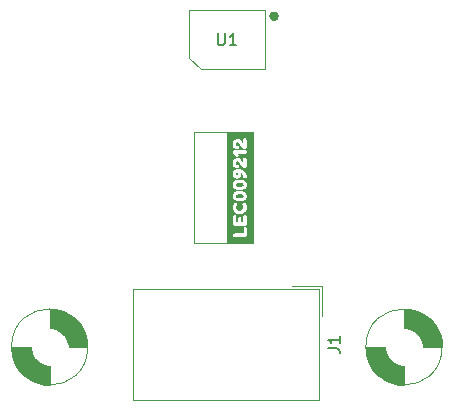
<source format=gto>
G04 #@! TF.GenerationSoftware,KiCad,Pcbnew,6.0.9-8da3e8f707~116~ubuntu20.04.1*
G04 #@! TF.CreationDate,2023-05-05T17:23:47+00:00*
G04 #@! TF.ProjectId,LEC009212,4c454330-3039-4323-9132-2e6b69636164,rev?*
G04 #@! TF.SameCoordinates,Original*
G04 #@! TF.FileFunction,Legend,Top*
G04 #@! TF.FilePolarity,Positive*
%FSLAX46Y46*%
G04 Gerber Fmt 4.6, Leading zero omitted, Abs format (unit mm)*
G04 Created by KiCad (PCBNEW 6.0.9-8da3e8f707~116~ubuntu20.04.1) date 2023-05-05 17:23:47*
%MOMM*%
%LPD*%
G01*
G04 APERTURE LIST*
%ADD10C,0.120000*%
%ADD11C,0.150000*%
%ADD12C,0.010000*%
%ADD13C,0.400000*%
G04 APERTURE END LIST*
D10*
X87000000Y-30800000D02*
X82250000Y-30800000D01*
X87000000Y-40200000D02*
X87250000Y-40200000D01*
X82250000Y-30800000D02*
X82250000Y-40200000D01*
X87250000Y-30800000D02*
X87000000Y-30800000D01*
X87250000Y-40200000D02*
X87250000Y-30800000D01*
X82250000Y-40200000D02*
X87000000Y-40200000D01*
D11*
G04 #@! TO.C,J1*
X93556380Y-49103333D02*
X94270666Y-49103333D01*
X94413523Y-49150952D01*
X94508761Y-49246190D01*
X94556380Y-49389047D01*
X94556380Y-49484285D01*
X94556380Y-48103333D02*
X94556380Y-48674761D01*
X94556380Y-48389047D02*
X93556380Y-48389047D01*
X93699238Y-48484285D01*
X93794476Y-48579523D01*
X93842095Y-48674761D01*
G04 #@! TO.C,U1*
X84238095Y-22452380D02*
X84238095Y-23261904D01*
X84285714Y-23357142D01*
X84333333Y-23404761D01*
X84428571Y-23452380D01*
X84619047Y-23452380D01*
X84714285Y-23404761D01*
X84761904Y-23357142D01*
X84809523Y-23261904D01*
X84809523Y-22452380D01*
X85809523Y-23452380D02*
X85238095Y-23452380D01*
X85523809Y-23452380D02*
X85523809Y-22452380D01*
X85428571Y-22595238D01*
X85333333Y-22690476D01*
X85238095Y-22738095D01*
D10*
G04 #@! TO.C,H1*
X73224903Y-49000000D02*
G75*
G03*
X73224903Y-49000000I-3224903J0D01*
G01*
G36*
X70500000Y-45800000D02*
G01*
X71500000Y-46100000D01*
X72300000Y-46700000D01*
X72800000Y-47400000D01*
X73100000Y-48100000D01*
X73200000Y-48500000D01*
X73200000Y-49000000D01*
X71600000Y-49000000D01*
X71600000Y-48900000D01*
X71500000Y-48500000D01*
X71300000Y-48100000D01*
X70900000Y-47700000D01*
X70500000Y-47500000D01*
X70100000Y-47400000D01*
X70000000Y-47400000D01*
X70000000Y-45775097D01*
X70500000Y-45800000D01*
G37*
D12*
X70500000Y-45800000D02*
X71500000Y-46100000D01*
X72300000Y-46700000D01*
X72800000Y-47400000D01*
X73100000Y-48100000D01*
X73200000Y-48500000D01*
X73200000Y-49000000D01*
X71600000Y-49000000D01*
X71600000Y-48900000D01*
X71500000Y-48500000D01*
X71300000Y-48100000D01*
X70900000Y-47700000D01*
X70500000Y-47500000D01*
X70100000Y-47400000D01*
X70000000Y-47400000D01*
X70000000Y-45775097D01*
X70500000Y-45800000D01*
G36*
X68400000Y-49100000D02*
G01*
X68500000Y-49500000D01*
X68700000Y-49900000D01*
X69100000Y-50300000D01*
X69500000Y-50500000D01*
X69900000Y-50600000D01*
X70000000Y-50600000D01*
X70000000Y-52224903D01*
X69500000Y-52200000D01*
X68500000Y-51900000D01*
X67700000Y-51300000D01*
X67200000Y-50600000D01*
X66900000Y-49900000D01*
X66800000Y-49500000D01*
X66800000Y-49000000D01*
X68400000Y-49000000D01*
X68400000Y-49100000D01*
G37*
X68400000Y-49100000D02*
X68500000Y-49500000D01*
X68700000Y-49900000D01*
X69100000Y-50300000D01*
X69500000Y-50500000D01*
X69900000Y-50600000D01*
X70000000Y-50600000D01*
X70000000Y-52224903D01*
X69500000Y-52200000D01*
X68500000Y-51900000D01*
X67700000Y-51300000D01*
X67200000Y-50600000D01*
X66900000Y-49900000D01*
X66800000Y-49500000D01*
X66800000Y-49000000D01*
X68400000Y-49000000D01*
X68400000Y-49100000D01*
D10*
G04 #@! TO.C,H2*
X103224903Y-49000000D02*
G75*
G03*
X103224903Y-49000000I-3224903J0D01*
G01*
G36*
X98400000Y-49100000D02*
G01*
X98500000Y-49500000D01*
X98700000Y-49900000D01*
X99100000Y-50300000D01*
X99500000Y-50500000D01*
X99900000Y-50600000D01*
X100000000Y-50600000D01*
X100000000Y-52224903D01*
X99500000Y-52200000D01*
X98500000Y-51900000D01*
X97700000Y-51300000D01*
X97200000Y-50600000D01*
X96900000Y-49900000D01*
X96800000Y-49500000D01*
X96800000Y-49000000D01*
X98400000Y-49000000D01*
X98400000Y-49100000D01*
G37*
D12*
X98400000Y-49100000D02*
X98500000Y-49500000D01*
X98700000Y-49900000D01*
X99100000Y-50300000D01*
X99500000Y-50500000D01*
X99900000Y-50600000D01*
X100000000Y-50600000D01*
X100000000Y-52224903D01*
X99500000Y-52200000D01*
X98500000Y-51900000D01*
X97700000Y-51300000D01*
X97200000Y-50600000D01*
X96900000Y-49900000D01*
X96800000Y-49500000D01*
X96800000Y-49000000D01*
X98400000Y-49000000D01*
X98400000Y-49100000D01*
G36*
X100500000Y-45800000D02*
G01*
X101500000Y-46100000D01*
X102300000Y-46700000D01*
X102800000Y-47400000D01*
X103100000Y-48100000D01*
X103200000Y-48500000D01*
X103200000Y-49000000D01*
X101600000Y-49000000D01*
X101600000Y-48900000D01*
X101500000Y-48500000D01*
X101300000Y-48100000D01*
X100900000Y-47700000D01*
X100500000Y-47500000D01*
X100100000Y-47400000D01*
X100000000Y-47400000D01*
X100000000Y-45775097D01*
X100500000Y-45800000D01*
G37*
X100500000Y-45800000D02*
X101500000Y-46100000D01*
X102300000Y-46700000D01*
X102800000Y-47400000D01*
X103100000Y-48100000D01*
X103200000Y-48500000D01*
X103200000Y-49000000D01*
X101600000Y-49000000D01*
X101600000Y-48900000D01*
X101500000Y-48500000D01*
X101300000Y-48100000D01*
X100900000Y-47700000D01*
X100500000Y-47500000D01*
X100100000Y-47400000D01*
X100000000Y-47400000D01*
X100000000Y-45775097D01*
X100500000Y-45800000D01*
D10*
G04 #@! TO.C,J1*
X92850000Y-44095000D02*
X92850000Y-53445000D01*
X93100000Y-43845000D02*
X93100000Y-46385000D01*
X77070000Y-44095000D02*
X92850000Y-44095000D01*
X77070000Y-53445000D02*
X77070000Y-44095000D01*
X92850000Y-53445000D02*
X77070000Y-53445000D01*
X93100000Y-43845000D02*
X90560000Y-43845000D01*
G04 #@! TO.C,U1*
X88200000Y-20500000D02*
X88200000Y-25500000D01*
X81800000Y-20500000D02*
X88200000Y-20500000D01*
X88200000Y-25500000D02*
X82800000Y-25500000D01*
X81800000Y-24500000D02*
X81800000Y-20500000D01*
X82800000Y-25500000D02*
X81800000Y-24500000D01*
D13*
X89200000Y-21000000D02*
G75*
G03*
X89200000Y-21000000I-200000J0D01*
G01*
G04 #@! TO.C,kibuzzard-620CD1AC*
G36*
X85934900Y-34249844D02*
G01*
X85964269Y-34344300D01*
X85932519Y-34433994D01*
X85864256Y-34461775D01*
X85784484Y-34431216D01*
X85757894Y-34339537D01*
X85794406Y-34237937D01*
X85830125Y-34221269D01*
X85876162Y-34217300D01*
X85934900Y-34249844D01*
G37*
G36*
X87215086Y-30820182D02*
G01*
X87215086Y-40179818D01*
X84984914Y-40179818D01*
X84984914Y-39525900D01*
X85516594Y-39525900D01*
X85527309Y-39607656D01*
X85559456Y-39649725D01*
X85601525Y-39664806D01*
X85656294Y-39667188D01*
X86538944Y-39667188D01*
X86619906Y-39657663D01*
X86665150Y-39615594D01*
X86680231Y-39527488D01*
X86680231Y-38955988D01*
X86664356Y-38873438D01*
X86629431Y-38846450D01*
X86561963Y-38838513D01*
X86494494Y-38846450D01*
X86457188Y-38878200D01*
X86445281Y-38954400D01*
X86445281Y-39386200D01*
X85657881Y-39386200D01*
X85575331Y-39394138D01*
X85531278Y-39437397D01*
X85516594Y-39525900D01*
X84984914Y-39525900D01*
X84984914Y-38590863D01*
X85516594Y-38590863D01*
X85545962Y-38705163D01*
X85656294Y-38735325D01*
X86538944Y-38735325D01*
X86619906Y-38725800D01*
X86665150Y-38683731D01*
X86680231Y-38595625D01*
X86680231Y-37966975D01*
X86670706Y-37884425D01*
X86628638Y-37840372D01*
X86540531Y-37825688D01*
X86458775Y-37836403D01*
X86416706Y-37868550D01*
X86401625Y-37910619D01*
X86399244Y-37965388D01*
X86399244Y-38454338D01*
X86238906Y-38454338D01*
X86238906Y-38143188D01*
X86229381Y-38060638D01*
X86187313Y-38015394D01*
X86099206Y-38000313D01*
X86017450Y-38011028D01*
X85975381Y-38043175D01*
X85960300Y-38085244D01*
X85957919Y-38140013D01*
X85957919Y-38454338D01*
X85797581Y-38454338D01*
X85797581Y-37966975D01*
X85788056Y-37884425D01*
X85745987Y-37840372D01*
X85657881Y-37825688D01*
X85576125Y-37836403D01*
X85534056Y-37868550D01*
X85518975Y-37910619D01*
X85516594Y-37965388D01*
X85516594Y-38590863D01*
X84984914Y-38590863D01*
X84984914Y-37139888D01*
X85505481Y-37139888D01*
X85515006Y-37244486D01*
X85543581Y-37348732D01*
X85591206Y-37452625D01*
X85641014Y-37530611D01*
X85701537Y-37599469D01*
X85776150Y-37658008D01*
X85868225Y-37705038D01*
X85974786Y-37735994D01*
X86092856Y-37746313D01*
X86212117Y-37735795D01*
X86322250Y-37704244D01*
X86418294Y-37656420D01*
X86495288Y-37597088D01*
X86557597Y-37527833D01*
X86609588Y-37450244D01*
X86649672Y-37369678D01*
X86676263Y-37291494D01*
X86691145Y-37214897D01*
X86696106Y-37139094D01*
X86689756Y-37062298D01*
X86670706Y-36982725D01*
X86629431Y-36875569D01*
X86596094Y-36820800D01*
X86556406Y-36770794D01*
X86500844Y-36749363D01*
X86411944Y-36784288D01*
X86345269Y-36839453D01*
X86323044Y-36890650D01*
X86354794Y-36966850D01*
X86375431Y-36995425D01*
X86400831Y-37058131D01*
X86413531Y-37151000D01*
X86396069Y-37253791D01*
X86343681Y-37352613D01*
X86243669Y-37433575D01*
X86176002Y-37457388D01*
X86100000Y-37465325D01*
X86023998Y-37457388D01*
X85956331Y-37433575D01*
X85857906Y-37354200D01*
X85804328Y-37253394D01*
X85786469Y-37151000D01*
X85799962Y-37050988D01*
X85840444Y-36973200D01*
X85875369Y-36892238D01*
X85853937Y-36839850D01*
X85789644Y-36781113D01*
X85701537Y-36747775D01*
X85626131Y-36789050D01*
X85597556Y-36833500D01*
X85575331Y-36871600D01*
X85528500Y-36988281D01*
X85511236Y-37064680D01*
X85505481Y-37139888D01*
X84984914Y-37139888D01*
X84984914Y-36225488D01*
X85499131Y-36225488D01*
X85510045Y-36328477D01*
X85542787Y-36418369D01*
X85591603Y-36492386D01*
X85650737Y-36547750D01*
X85727136Y-36591605D01*
X85827744Y-36631094D01*
X85908001Y-36651819D01*
X85998488Y-36664255D01*
X86099206Y-36668400D01*
X86210508Y-36663285D01*
X86313695Y-36647939D01*
X86408769Y-36622363D01*
X86488541Y-36588033D01*
X86556406Y-36545369D01*
X86613358Y-36489409D01*
X86660388Y-36415194D01*
X86691939Y-36325698D01*
X86702456Y-36223900D01*
X86692138Y-36122498D01*
X86661181Y-36034194D01*
X86614350Y-35961367D01*
X86556406Y-35906400D01*
X86464827Y-35852227D01*
X86358366Y-35813531D01*
X86237021Y-35790314D01*
X86100794Y-35782575D01*
X85995842Y-35787867D01*
X85894772Y-35803742D01*
X85797581Y-35830200D01*
X85717412Y-35863339D01*
X85648356Y-35905606D01*
X85590016Y-35961169D01*
X85541994Y-36034194D01*
X85509847Y-36122895D01*
X85499131Y-36225488D01*
X84984914Y-36225488D01*
X84984914Y-35260287D01*
X85499131Y-35260287D01*
X85510045Y-35363277D01*
X85542787Y-35453169D01*
X85591603Y-35527186D01*
X85650737Y-35582550D01*
X85727136Y-35626405D01*
X85827744Y-35665894D01*
X85908001Y-35686619D01*
X85998488Y-35699055D01*
X86099206Y-35703200D01*
X86210508Y-35698085D01*
X86313695Y-35682739D01*
X86408769Y-35657163D01*
X86488541Y-35622833D01*
X86556406Y-35580169D01*
X86613358Y-35524209D01*
X86660388Y-35449994D01*
X86691939Y-35360498D01*
X86702456Y-35258700D01*
X86692138Y-35157298D01*
X86661181Y-35068994D01*
X86614350Y-34996167D01*
X86556406Y-34941200D01*
X86464827Y-34887027D01*
X86358366Y-34848331D01*
X86237021Y-34825114D01*
X86100794Y-34817375D01*
X85995842Y-34822667D01*
X85894772Y-34838542D01*
X85797581Y-34865000D01*
X85717412Y-34898139D01*
X85648356Y-34940406D01*
X85590016Y-34995969D01*
X85541994Y-35068994D01*
X85509847Y-35157695D01*
X85499131Y-35260287D01*
X84984914Y-35260287D01*
X84984914Y-34345887D01*
X85497544Y-34345887D01*
X85509538Y-34449428D01*
X85545522Y-34542032D01*
X85605494Y-34623700D01*
X85683281Y-34687200D01*
X85772710Y-34725300D01*
X85873781Y-34738000D01*
X85957654Y-34725565D01*
X86035706Y-34688258D01*
X86107938Y-34626081D01*
X86165705Y-34546618D01*
X86200365Y-34457453D01*
X86211919Y-34358587D01*
X86184931Y-34239525D01*
X86207156Y-34247462D01*
X86262719Y-34278816D01*
X86324631Y-34334775D01*
X86378606Y-34429231D01*
X86400831Y-34555437D01*
X86410356Y-34647512D01*
X86452425Y-34692756D01*
X86540531Y-34707837D01*
X86621097Y-34696725D01*
X86665944Y-34663387D01*
X86681819Y-34577662D01*
X86681819Y-34568137D01*
X86673691Y-34454409D01*
X86649307Y-34350713D01*
X86608667Y-34257051D01*
X86551771Y-34173421D01*
X86478619Y-34099825D01*
X86393338Y-34038103D01*
X86300057Y-33990097D01*
X86198774Y-33955807D01*
X86089491Y-33935233D01*
X85972206Y-33928375D01*
X85841061Y-33940017D01*
X85727026Y-33974942D01*
X85630100Y-34033150D01*
X85556458Y-34114465D01*
X85512272Y-34218711D01*
X85497544Y-34345887D01*
X84984914Y-34345887D01*
X84984914Y-33421169D01*
X85499131Y-33421169D01*
X85513683Y-33540584D01*
X85557340Y-33643772D01*
X85630100Y-33730731D01*
X85721205Y-33796436D01*
X85819894Y-33835859D01*
X85926169Y-33849000D01*
X86007131Y-33841062D01*
X86052375Y-33797803D01*
X86067456Y-33709300D01*
X86057931Y-33628337D01*
X86029356Y-33585475D01*
X85989669Y-33570394D01*
X85937281Y-33568012D01*
X85927756Y-33568012D01*
X85891244Y-33561662D01*
X85817425Y-33519594D01*
X85780119Y-33431487D01*
X85794406Y-33352112D01*
X85825362Y-33310044D01*
X85868225Y-33285437D01*
X85908706Y-33274325D01*
X85978159Y-33289208D01*
X86043644Y-33333856D01*
X86103770Y-33399539D01*
X86157150Y-33477525D01*
X86207553Y-33561662D01*
X86258750Y-33645800D01*
X86315503Y-33723786D01*
X86382575Y-33789469D01*
X86458180Y-33834117D01*
X86540531Y-33849000D01*
X86640544Y-33807725D01*
X86683406Y-33709300D01*
X86683406Y-33088587D01*
X86664356Y-32990162D01*
X86623081Y-32956031D01*
X86542913Y-32945712D01*
X86461950Y-32955237D01*
X86415913Y-32992544D01*
X86400831Y-33085412D01*
X86400831Y-33375925D01*
X86392894Y-33375925D01*
X86377019Y-33336237D01*
X86323441Y-33237812D01*
X86235731Y-33126687D01*
X86178581Y-33075094D01*
X86105556Y-33031437D01*
X86022212Y-33001672D01*
X85934106Y-32991750D01*
X85825010Y-33004979D01*
X85724203Y-33044667D01*
X85631687Y-33110812D01*
X85558045Y-33198213D01*
X85513860Y-33301665D01*
X85499131Y-33421169D01*
X84984914Y-33421169D01*
X84984914Y-32486131D01*
X85515006Y-32486131D01*
X85556281Y-32575825D01*
X85559456Y-32580587D01*
X85794406Y-32840937D01*
X85888069Y-32898087D01*
X85986494Y-32848081D01*
X86042056Y-32752037D01*
X85992844Y-32640912D01*
X85973794Y-32620275D01*
X86540531Y-32620275D01*
X86598475Y-32617894D01*
X86642131Y-32602812D01*
X86673088Y-32560347D01*
X86683406Y-32480575D01*
X86672691Y-32398819D01*
X86640544Y-32356750D01*
X86598475Y-32341669D01*
X86543706Y-32339287D01*
X85659469Y-32339287D01*
X85575331Y-32347225D01*
X85541200Y-32369450D01*
X85522944Y-32410725D01*
X85515006Y-32486131D01*
X84984914Y-32486131D01*
X84984914Y-31808269D01*
X85499131Y-31808269D01*
X85513683Y-31927684D01*
X85557340Y-32030872D01*
X85630100Y-32117831D01*
X85721205Y-32183536D01*
X85819894Y-32222959D01*
X85926169Y-32236100D01*
X86007131Y-32228162D01*
X86052375Y-32184903D01*
X86067456Y-32096400D01*
X86057931Y-32015437D01*
X86029356Y-31972575D01*
X85989669Y-31957494D01*
X85937281Y-31955112D01*
X85927756Y-31955112D01*
X85891244Y-31948762D01*
X85817425Y-31906694D01*
X85780119Y-31818587D01*
X85794406Y-31739212D01*
X85825362Y-31697144D01*
X85868225Y-31672537D01*
X85908706Y-31661425D01*
X85978159Y-31676308D01*
X86043644Y-31720956D01*
X86103770Y-31786639D01*
X86157150Y-31864625D01*
X86207553Y-31948762D01*
X86258750Y-32032900D01*
X86315503Y-32110886D01*
X86382575Y-32176569D01*
X86458180Y-32221217D01*
X86540531Y-32236100D01*
X86640544Y-32194825D01*
X86683406Y-32096400D01*
X86683406Y-31475688D01*
X86664356Y-31377262D01*
X86623081Y-31343131D01*
X86542913Y-31332812D01*
X86461950Y-31342337D01*
X86415913Y-31379644D01*
X86400831Y-31472512D01*
X86400831Y-31763025D01*
X86392894Y-31763025D01*
X86377019Y-31723337D01*
X86323441Y-31624912D01*
X86235731Y-31513787D01*
X86178581Y-31462194D01*
X86105556Y-31418537D01*
X86022212Y-31388772D01*
X85934106Y-31378850D01*
X85825010Y-31392079D01*
X85724203Y-31431767D01*
X85631687Y-31497912D01*
X85558045Y-31585313D01*
X85513860Y-31688765D01*
X85499131Y-31808269D01*
X84984914Y-31808269D01*
X84984914Y-30820182D01*
X87215086Y-30820182D01*
G37*
G36*
X86244859Y-35108582D02*
G01*
X86342094Y-35139241D01*
X86400434Y-35190338D01*
X86419881Y-35261875D01*
X86399889Y-35332023D01*
X86339911Y-35382128D01*
X86239948Y-35412191D01*
X86100000Y-35422212D01*
X85960052Y-35412092D01*
X85860089Y-35381731D01*
X85800111Y-35331130D01*
X85780119Y-35260287D01*
X85800062Y-35189445D01*
X85859891Y-35138844D01*
X85959605Y-35108483D01*
X86099206Y-35098362D01*
X86108731Y-35098362D01*
X86244859Y-35108582D01*
G37*
G36*
X86244859Y-36073782D02*
G01*
X86342094Y-36104441D01*
X86400434Y-36155538D01*
X86419881Y-36227075D01*
X86399889Y-36297223D01*
X86339911Y-36347328D01*
X86239948Y-36377391D01*
X86100000Y-36387413D01*
X85960052Y-36377292D01*
X85860089Y-36346931D01*
X85800111Y-36296330D01*
X85780119Y-36225488D01*
X85800062Y-36154645D01*
X85859891Y-36104044D01*
X85959605Y-36073683D01*
X86099206Y-36063563D01*
X86108731Y-36063563D01*
X86244859Y-36073782D01*
G37*
G04 #@! TD*
M02*

</source>
